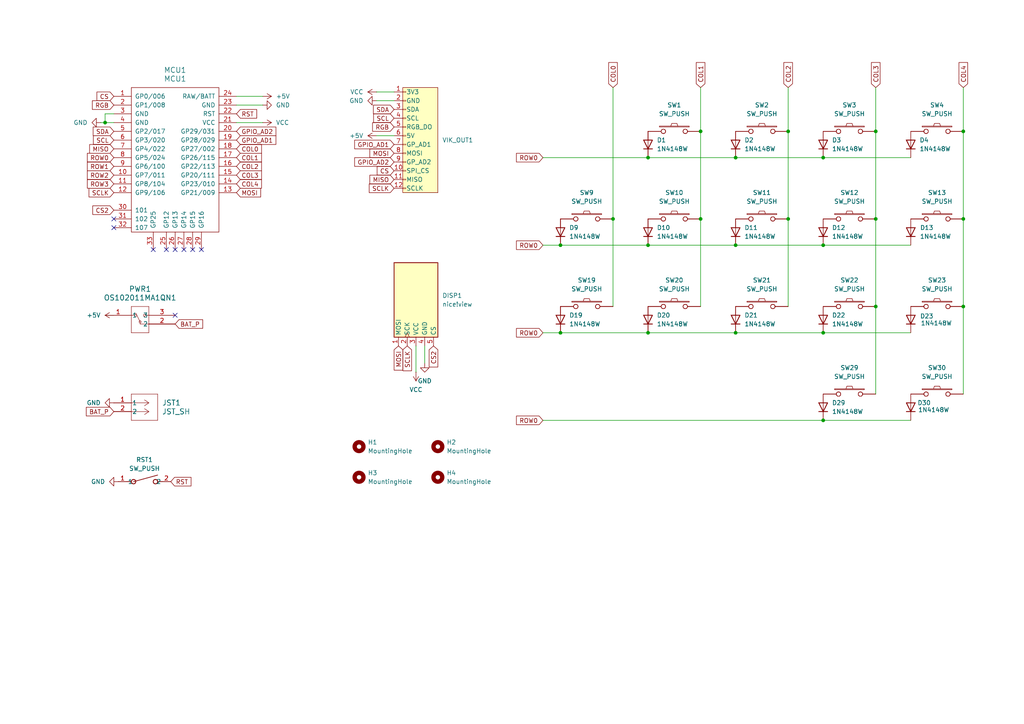
<source format=kicad_sch>
(kicad_sch (version 20231120) (generator "eeschema") (generator_version "8.0")
  (paper "A4")
  (title_block (title "Whiplaesh") (date "2024-10-21") (rev "0.1") (comment 1 "made by ykz89") (comment 2 "Left side"))
  (lib_symbols
    (symbol "2024-10-29_23-28-51:OS102011MA1QN1" (pin_names (offset 0.254))
      (property "Reference" "SW" (at 10.16 7.62 0))
      (property "Value" "OS102011MA1QN1" (at 10.16 5.08 0))
      (symbol "OS102011MA1QN1_1_1"
        (polyline (pts (xy 7.62 -5.08) (xy 12.7 -5.08)) (stroke (width 0.127)))
        (polyline (pts (xy 7.62 0) (xy 8.5725 0)) (stroke (width 0.127)))
        (polyline (pts (xy 7.62 2.54) (xy 7.62 -5.08)) (stroke (width 0.127)))
        (polyline (pts (xy 10.16 -2.54) (xy 10.16 -2.2098)) (stroke (width 0.127)))
        (polyline (pts (xy 10.16 -2.54) (xy 12.7 -2.54)) (stroke (width 0.127)))
        (polyline (pts (xy 10.16 -1.905) (xy 8.89 0.635)) (stroke (width 0.127)))
        (polyline (pts (xy 11.7475 0) (xy 12.7 0)) (stroke (width 0.127)))
        (polyline (pts (xy 12.7 -5.08) (xy 12.7 2.54)) (stroke (width 0.127)))
        (polyline (pts (xy 12.7 2.54) (xy 7.62 2.54)) (stroke (width 0.127)))
        (circle (center 8.89 0) (radius 0.3048) (stroke (width 0.127)))
        (circle (center 10.16 -1.905) (radius 0.3048) (stroke (width 0.127)))
        (circle (center 11.43 0) (radius 0.3048) (stroke (width 0.127)))
        (pin unspecified line (at 0 0 0) (length 7.62) (name "1") (number "1"))
        (pin unspecified line (at 20.32 -2.54 180) (length 7.62) (name "2") (number "2"))
        (pin unspecified line (at 20.32 0 180) (length 7.62) (name "3") (number "3"))
      )
    )
    (symbol "CONN_S2B-PH-K-S_JST:S2B-PH-K-SLFSN" (pin_names (offset 0.254))
      (property "Reference" "J" (at 8.89 6.35 0))
      (property "Value" "S2B-PH-K-SLFSN" (at 0 0 0))
      (symbol "S2B-PH-K-SLFSN_1_1"
        (polyline (pts (xy 5.08 -5.08) (xy 12.7 -5.08)) (stroke (width 0.127)))
        (polyline (pts (xy 5.08 2.54) (xy 5.08 -5.08)) (stroke (width 0.127)))
        (polyline (pts (xy 10.16 -2.54) (xy 5.08 -2.54)) (stroke (width 0.127)))
        (polyline (pts (xy 10.16 -2.54) (xy 8.89 -3.3867)) (stroke (width 0.127)))
        (polyline (pts (xy 10.16 -2.54) (xy 8.89 -1.6933)) (stroke (width 0.127)))
        (polyline (pts (xy 10.16 0) (xy 5.08 0)) (stroke (width 0.127)))
        (polyline (pts (xy 10.16 0) (xy 8.89 -0.8467)) (stroke (width 0.127)))
        (polyline (pts (xy 10.16 0) (xy 8.89 0.8467)) (stroke (width 0.127)))
        (polyline (pts (xy 12.7 -5.08) (xy 12.7 2.54)) (stroke (width 0.127)))
        (polyline (pts (xy 12.7 2.54) (xy 5.08 2.54)) (stroke (width 0.127)))
        (pin unspecified line (at 0 0 0) (length 5.08) (name "1") (number "1"))
        (pin unspecified line (at 0 -2.54 0) (length 5.08) (name "2") (number "2"))
      )
    )
    (symbol "Diode:1N4148W" (pin_numbers hide) (pin_names hide)
      (property "Reference" "D" (at 0 2.54 0))
      (property "Value" "1N4148W" (at 0 -2.54 0))
      (symbol "1N4148W_0_1"
        (polyline (pts (xy -1.27 1.27) (xy -1.27 -1.27)) (stroke (width 0.254)))
        (polyline (pts (xy 1.27 0) (xy -1.27 0)))
        (polyline (pts (xy 1.27 1.27) (xy 1.27 -1.27) (xy -1.27 0) (xy 1.27 1.27)) (stroke (width 0.254)))
      )
      (symbol "1N4148W_1_1"
        (pin passive line (at -3.81 0 0) (length 2.54) (name "K") (number "1"))
        (pin passive line (at 3.81 0 180) (length 2.54) (name "A") (number "2"))
      )
    )
    (symbol "Mechanical:MountingHole" (pin_names (offset 1.016)) (exclude_from_sim yes) (in_bom no)
      (property "Reference" "H" (at 0 5.08 0))
      (property "Value" "MountingHole" (at 0 3.175 0))
      (symbol "MountingHole_0_1"
        (circle (center 0 0) (radius 1.27) (stroke (width 1.27)))
      )
    )
    (symbol "RP2040-nrf52840-controller:RP2040-nrf52840-controller" (pin_names (offset 1.016))
      (property "Reference" "U" (at 0 22.86 0))
      (property "Value" "RP2040-nrf52840-controller" (at 0 2.54 90))
      (symbol "RP2040-nrf52840-controller_0_1"
        (rectangle (start -12.7 20.32) (end 12.7 -21.59))
      )
      (symbol "RP2040-nrf52840-controller_1_1"
        (pin input line (at -17.78 17.78 0) (length 5.08) (name "GP0/006") (number "1"))
        (pin input line (at -17.78 -5.08 0) (length 5.08) (name "GP7/011") (number "10"))
        (pin input line (at -17.78 -7.62 0) (length 5.08) (name "GP8/104") (number "11"))
        (pin input line (at -17.78 -10.16 0) (length 5.08) (name "GP9/106") (number "12"))
        (pin input line (at 17.78 -10.16 180) (length 5.08) (name "GP21/009") (number "13"))
        (pin input line (at 17.78 -7.62 180) (length 5.08) (name "GP23/010") (number "14"))
        (pin input line (at 17.78 -5.08 180) (length 5.08) (name "GP20/111") (number "15"))
        (pin input line (at 17.78 -2.54 180) (length 5.08) (name "GP22/113") (number "16"))
        (pin input line (at 17.78 0 180) (length 5.08) (name "GP26/115") (number "17"))
        (pin input line (at 17.78 2.54 180) (length 5.08) (name "GP27/002") (number "18"))
        (pin input line (at 17.78 5.08 180) (length 5.08) (name "GP28/029") (number "19"))
        (pin input line (at -17.78 15.24 0) (length 5.08) (name "GP1/008") (number "2"))
        (pin input line (at 17.78 7.62 180) (length 5.08) (name "GP29/031") (number "20"))
        (pin input line (at 17.78 10.16 180) (length 5.08) (name "VCC") (number "21"))
        (pin input line (at 17.78 12.7 180) (length 5.08) (name "RST") (number "22"))
        (pin input line (at 17.78 15.24 180) (length 5.08) (name "GND") (number "23"))
        (pin input line (at 17.78 17.78 180) (length 5.08) (name "RAW/BATT") (number "24"))
        (pin input line (at -2.54 -26.67 90) (length 5.08) (name "GP12") (number "25"))
        (pin input line (at 0 -26.67 90) (length 5.08) (name "GP13") (number "26"))
        (pin input line (at 2.54 -26.67 90) (length 5.08) (name "GP14") (number "27"))
        (pin input line (at 5.08 -26.67 90) (length 5.08) (name "GP15") (number "28"))
        (pin input line (at 7.62 -26.67 90) (length 5.08) (name "GP16") (number "29"))
        (pin input line (at -17.78 12.7 0) (length 5.08) (name "GND") (number "3"))
        (pin input line (at -17.78 -15.24 0) (length 5.08) (name "101") (number "30"))
        (pin input line (at -17.78 -17.78 0) (length 5.08) (name "102") (number "31"))
        (pin input line (at -17.78 -20.32 0) (length 5.08) (name "107") (number "32"))
        (pin input line (at -6.35 -26.67 90) (length 5.08) (name "GP25") (number "33"))
        (pin input line (at -17.78 10.16 0) (length 5.08) (name "GND") (number "4"))
        (pin input line (at -17.78 7.62 0) (length 5.08) (name "GP2/017") (number "5"))
        (pin input line (at -17.78 5.08 0) (length 5.08) (name "GP3/020") (number "6"))
        (pin input line (at -17.78 2.54 0) (length 5.08) (name "GP4/022") (number "7"))
        (pin input line (at -17.78 0 0) (length 5.08) (name "GP5/024") (number "8"))
        (pin input line (at -17.78 -2.54 0) (length 5.08) (name "GP6/100") (number "9"))
      )
    )
    (symbol "SW_SKHLACA010_ALPS:SKHLACA010" (pin_names (offset 0.254))
      (property "Reference" "SW" (at 0 3.81 0))
      (property "Value" "SKHLACA010" (at 0 0 0))
      (symbol "SKHLACA010_0_1"
        (circle (center -3.175 0) (radius 0.635) (stroke (width 0.254)))
        (polyline (pts (xy -5.08 0) (xy -3.81 0)) (stroke (width 0.2032)))
        (polyline (pts (xy -3.175 0) (xy 3.81 1.905)) (stroke (width 0.2032)))
        (polyline (pts (xy 5.08 0) (xy 3.81 0)) (stroke (width 0.2032)))
        (circle (center 3.175 0) (radius 0.635) (stroke (width 0.254)))
        (pin unspecified line (at -7.62 0 0) (length 2.54) (name "1") (number "1"))
        (pin unspecified line (at 7.62 0 180) (length 2.54) (name "2") (number "2"))
      )
    )
    (symbol "kbd:SW_PUSH" (pin_numbers hide) (pin_names (offset 1.016) hide)
      (property "Reference" "SW" (at 3.81 2.794 0))
      (property "Value" "SW_PUSH" (at 0 -2.032 0))
      (symbol "SW_PUSH_0_1"
        (rectangle (start -4.318 1.27) (end 4.318 1.524))
        (polyline (pts (xy -1.016 1.524) (xy -0.762 2.286) (xy 0.762 2.286) (xy 1.016 1.524)))
        (pin passive inverted (at -7.62 0 0) (length 5.08) (name "1") (number "1"))
        (pin passive inverted (at 7.62 0 180) (length 5.08) (name "2") (number "2"))
      )
    )
    (symbol "nice_view:nice!view"
      (property "Reference" "Display" (at 0 12.7 0))
      (property "Value" "nice!view" (at 0 0 0))
      (symbol "nice!view_0_1"
        (rectangle (start -6.35 11.43) (end 6.35 -10.16) (stroke (width 0.254)) (fill (type background)))
      )
      (symbol "nice!view_1_1"
        (pin input line (at -5.08 -12.7 90) (length 2.54) (name "MOSI") (number "1"))
        (pin input clock (at -2.54 -12.7 90) (length 2.54) (name "SCK") (number "2"))
        (pin power_in line (at 0 -12.7 90) (length 2.54) (name "VCC") (number "3"))
        (pin power_out line (at 2.54 -12.7 90) (length 2.54) (name "GND") (number "4"))
        (pin passive line (at 5.08 -12.7 90) (length 2.54) (name "CS") (number "5"))
      )
    )
    (symbol "power:+5V" (power) (pin_numbers hide) (pin_names (offset 0) hide)
      (property "Value" "+5V" (at 0 3.556 0))
      (symbol "+5V_0_1"
        (polyline (pts (xy -0.762 1.27) (xy 0 2.54)))
        (polyline (pts (xy 0 0) (xy 0 2.54)))
        (polyline (pts (xy 0 2.54) (xy 0.762 1.27)))
      )
      (symbol "+5V_1_1"
        (pin power_in line (at 0 0 90) (length 0) (name "~") (number "1"))
      )
    )
    (symbol "power:GND" (power) (pin_numbers hide) (pin_names (offset 0) hide)
      (property "Value" "GND" (at 0 -3.81 0))
      (symbol "GND_0_1"
        (polyline (pts (xy 0 0) (xy 0 -1.27) (xy 1.27 -1.27) (xy 0 -2.54) (xy -1.27 -1.27) (xy 0 -1.27)))
      )
      (symbol "GND_1_1"
        (pin power_in line (at 0 0 270) (length 0) (name "~") (number "1"))
      )
    )
    (symbol "power:VCC" (power) (pin_numbers hide) (pin_names (offset 0) hide)
      (property "Value" "VCC" (at 0 3.556 0))
      (symbol "VCC_0_1"
        (polyline (pts (xy -0.762 1.27) (xy 0 2.54)))
        (polyline (pts (xy 0 0) (xy 0 2.54)))
        (polyline (pts (xy 0 2.54) (xy 0.762 1.27)))
      )
      (symbol "VCC_1_1"
        (pin power_in line (at 0 0 90) (length 0) (name "~") (number "1"))
      )
    )
    (symbol "vik:vik-keyboard-connector" (pin_names (offset 1))
      (property "Reference" "J" (at 0 15.875 0))
      (symbol "vik-keyboard-connector_1_1"
        (rectangle (start -5.08 13.97) (end 5.08 -16.51) (fill (type background)))
        (rectangle (start -5.0546 -15.113) (end -4.191 -15.367) (stroke (width 0.1)))
        (rectangle (start -5.0546 -12.573) (end -4.191 -12.827) (stroke (width 0.1)))
        (rectangle (start -5.0546 -10.033) (end -4.191 -10.287) (stroke (width 0.1)))
        (rectangle (start -5.0546 -7.493) (end -4.191 -7.747) (stroke (width 0.1)))
        (rectangle (start -5.0546 -4.953) (end -4.191 -5.207) (stroke (width 0.1)))
        (rectangle (start -5.0546 -2.413) (end -4.191 -2.667) (stroke (width 0.1)))
        (rectangle (start -5.0546 0.127) (end -4.191 -0.127) (stroke (width 0.1)))
        (rectangle (start -5.0546 2.667) (end -4.191 2.413) (stroke (width 0.1)))
        (rectangle (start -5.0546 5.207) (end -4.191 4.953) (stroke (width 0.1)))
        (rectangle (start -5.0546 7.747) (end -4.191 7.493) (stroke (width 0.1)))
        (rectangle (start -5.0546 10.287) (end -4.191 10.033) (stroke (width 0.1)))
        (rectangle (start -5.0546 12.827) (end -4.191 12.573) (stroke (width 0.1)))
        (pin power_in line (at -7.62 12.7 0) (length 2.54) (name "3V3") (number "1"))
        (pin input line (at -7.62 -10.16 0) (length 2.54) (name "SPI_CS") (number "10"))
        (pin tri_state line (at -7.62 -12.7 0) (length 2.54) (name "MISO") (number "11"))
        (pin input line (at -7.62 -15.24 0) (length 2.54) (name "SCLK") (number "12"))
        (pin power_in line (at -7.62 10.16 0) (length 2.54) (name "GND") (number "2"))
        (pin bidirectional line (at -7.62 7.62 0) (length 2.54) (name "SDA") (number "3"))
        (pin bidirectional line (at -7.62 5.08 0) (length 2.54) (name "SCL") (number "4"))
        (pin input line (at -7.62 2.54 0) (length 2.54) (name "RGB_DO") (number "5"))
        (pin power_in line (at -7.62 0 0) (length 2.54) (name "5V") (number "6"))
        (pin bidirectional line (at -7.62 -2.54 0) (length 2.54) (name "GP_AD1") (number "7"))
        (pin input line (at -7.62 -5.08 0) (length 2.54) (name "MOSI") (number "8"))
        (pin bidirectional line (at -7.62 -7.62 0) (length 2.54) (name "GP_AD2") (number "9"))
      )
    )
  )
  (junction (at 228.6 63.5))
  (junction (at 177.8 63.5))
  (junction (at 238.76 45.72))
  (junction (at 279.4 63.5))
  (junction (at 279.4 38.1))
  (junction (at 187.96 96.52))
  (junction (at 203.2 63.5))
  (junction (at 238.76 71.12))
  (junction (at 213.36 45.72))
  (junction (at 213.36 71.12))
  (junction (at 203.2 38.1))
  (junction (at 279.4 88.9))
  (junction (at 30.48 35.56))
  (junction (at 254 63.5))
  (junction (at 238.76 121.92))
  (junction (at 254 88.9))
  (junction (at 162.56 96.52))
  (junction (at 187.96 45.72))
  (junction (at 238.76 96.52))
  (junction (at 187.96 71.12))
  (junction (at 213.36 96.52))
  (junction (at 162.56 71.12))
  (junction (at 228.6 38.1))
  (junction (at 254 38.1))
  (no_connect (at 55.88 72.39))
  (no_connect (at 33.02 63.5))
  (no_connect (at 50.8 91.44))
  (no_connect (at 33.02 66.04))
  (no_connect (at 58.42 72.39))
  (no_connect (at 53.34 72.39))
  (no_connect (at 50.8 72.39))
  (no_connect (at 48.26 72.39))
  (no_connect (at 44.45 72.39))
  (wire (pts (xy 120.65 107.95) (xy 120.65 100.33)))
  (wire (pts (xy 187.96 45.72) (xy 213.36 45.72)))
  (wire (pts (xy 157.48 71.12) (xy 162.56 71.12)))
  (wire (pts (xy 109.22 26.67) (xy 114.3 26.67)))
  (wire (pts (xy 76.2 27.94) (xy 68.58 27.94)))
  (wire (pts (xy 123.19 105.41) (xy 123.19 100.33)))
  (wire (pts (xy 254 25.4) (xy 254 38.1)))
  (wire (pts (xy 213.36 96.52) (xy 238.76 96.52)))
  (wire (pts (xy 157.48 96.52) (xy 162.56 96.52)))
  (wire (pts (xy 264.16 96.52) (xy 238.76 96.52)))
  (wire (pts (xy 30.48 33.02) (xy 30.48 35.56)))
  (wire (pts (xy 187.96 96.52) (xy 213.36 96.52)))
  (wire (pts (xy 254 63.5) (xy 254 88.9)))
  (wire (pts (xy 76.2 35.56) (xy 68.58 35.56)))
  (wire (pts (xy 254 38.1) (xy 254 63.5)))
  (wire (pts (xy 264.16 71.12) (xy 238.76 71.12)))
  (wire (pts (xy 228.6 63.5) (xy 228.6 88.9)))
  (wire (pts (xy 228.6 38.1) (xy 228.6 63.5)))
  (wire (pts (xy 157.48 121.92) (xy 238.76 121.92)))
  (wire (pts (xy 238.76 45.72) (xy 264.16 45.72)))
  (wire (pts (xy 30.48 35.56) (xy 33.02 35.56)))
  (wire (pts (xy 157.48 45.72) (xy 187.96 45.72)))
  (wire (pts (xy 203.2 25.4) (xy 203.2 38.1)))
  (wire (pts (xy 279.4 25.4) (xy 279.4 38.1)))
  (wire (pts (xy 279.4 63.5) (xy 279.4 88.9)))
  (wire (pts (xy 203.2 38.1) (xy 203.2 63.5)))
  (wire (pts (xy 33.02 33.02) (xy 30.48 33.02)))
  (wire (pts (xy 109.22 29.21) (xy 114.3 29.21)))
  (wire (pts (xy 162.56 96.52) (xy 187.96 96.52)))
  (wire (pts (xy 279.4 38.1) (xy 279.4 63.5)))
  (wire (pts (xy 264.16 121.92) (xy 238.76 121.92)))
  (wire (pts (xy 177.8 63.5) (xy 177.8 88.9)))
  (wire (pts (xy 76.2 30.48) (xy 68.58 30.48)))
  (wire (pts (xy 203.2 63.5) (xy 203.2 88.9)))
  (wire (pts (xy 29.21 35.56) (xy 30.48 35.56)))
  (wire (pts (xy 109.22 39.37) (xy 114.3 39.37)))
  (wire (pts (xy 279.4 88.9) (xy 279.4 114.3)))
  (wire (pts (xy 228.6 25.4) (xy 228.6 38.1)))
  (wire (pts (xy 177.8 25.4) (xy 177.8 63.5)))
  (wire (pts (xy 254 88.9) (xy 254 114.3)))
  (wire (pts (xy 162.56 71.12) (xy 187.96 71.12)))
  (wire (pts (xy 187.96 71.12) (xy 213.36 71.12)))
  (wire (pts (xy 213.36 45.72) (xy 238.76 45.72)))
  (wire (pts (xy 213.36 71.12) (xy 238.76 71.12)))
  (wire (pts (xy 33.02 91.44) (xy 30.48 91.44)))
  (global_label "COL2" (shape input) (at 68.58 48.26 0) (property "Intersheetrefs" "${INTERSHEET_REFS}" (effects (hide yes))))
  (global_label "MOSI" (shape input) (at 114.3 44.45 180) (property "Intersheetrefs" "${INTERSHEET_REFS}" (effects (hide yes))))
  (global_label "MOSI" (shape input) (at 68.58 55.88 0) (property "Intersheetrefs" "${INTERSHEET_REFS}" (effects (hide yes))))
  (global_label "ROW3" (shape input) (at 33.02 53.34 180) (property "Intersheetrefs" "${INTERSHEET_REFS}" (effects (hide yes))))
  (global_label "CS" (shape input) (at 114.3 49.53 180) (property "Intersheetrefs" "${INTERSHEET_REFS}" (effects (hide yes))))
  (global_label "GPIO_AD1" (shape input) (at 68.58 40.64 0) (property "Intersheetrefs" "${INTERSHEET_REFS}" (effects (hide yes))))
  (global_label "GPIO_AD1" (shape input) (at 114.3 41.91 180) (property "Intersheetrefs" "${INTERSHEET_REFS}" (effects (hide yes))))
  (global_label "COL4" (shape input) (at 279.4 25.4 90) (property "Intersheetrefs" "${INTERSHEET_REFS}" (effects (hide yes))))
  (global_label "COL4" (shape input) (at 68.58 53.34 0) (property "Intersheetrefs" "${INTERSHEET_REFS}" (effects (hide yes))))
  (global_label "SCLK" (shape input) (at 33.02 55.88 180) (property "Intersheetrefs" "${INTERSHEET_REFS}" (effects (hide yes))))
  (global_label "COL0" (shape input) (at 177.8 25.4 90) (property "Intersheetrefs" "${INTERSHEET_REFS}" (effects (hide yes))))
  (global_label "ROW1" (shape input) (at 33.02 48.26 180) (property "Intersheetrefs" "${INTERSHEET_REFS}" (effects (hide yes))))
  (global_label "SCL" (shape input) (at 33.02 40.64 180) (property "Intersheetrefs" "${INTERSHEET_REFS}" (effects (hide yes))))
  (global_label "MISO" (shape input) (at 114.3 52.07 180) (property "Intersheetrefs" "${INTERSHEET_REFS}" (effects (hide yes))))
  (global_label "BAT_P" (shape input) (at 50.8 93.98 0) (property "Intersheetrefs" "${INTERSHEET_REFS}" (effects (hide yes))))
  (global_label "MISO" (shape input) (at 33.02 43.18 180) (property "Intersheetrefs" "${INTERSHEET_REFS}" (effects (hide yes))))
  (global_label "MOSI" (shape input) (at 115.57 100.33 270) (property "Intersheetrefs" "${INTERSHEET_REFS}" (effects (hide yes))))
  (global_label "COL3" (shape input) (at 68.58 50.8 0) (property "Intersheetrefs" "${INTERSHEET_REFS}" (effects (hide yes))))
  (global_label "COL2" (shape input) (at 228.6 25.4 90) (property "Intersheetrefs" "${INTERSHEET_REFS}" (effects (hide yes))))
  (global_label "CS2" (shape input) (at 125.73 100.33 270) (property "Intersheetrefs" "${INTERSHEET_REFS}" (effects (hide yes))))
  (global_label "RST" (shape input) (at 68.58 33.02 0) (property "Intersheetrefs" "${INTERSHEET_REFS}" (effects (hide yes))))
  (global_label "GPIO_AD2" (shape input) (at 68.58 38.1 0) (property "Intersheetrefs" "${INTERSHEET_REFS}" (effects (hide yes))))
  (global_label "ROW2" (shape input) (at 33.02 50.8 180) (property "Intersheetrefs" "${INTERSHEET_REFS}" (effects (hide yes))))
  (global_label "RGB" (shape input) (at 33.02 30.48 180) (property "Intersheetrefs" "${INTERSHEET_REFS}" (effects (hide yes))))
  (global_label "COL1" (shape input) (at 203.2 25.4 90) (property "Intersheetrefs" "${INTERSHEET_REFS}" (effects (hide yes))))
  (global_label "COL3" (shape input) (at 254 25.4 90) (property "Intersheetrefs" "${INTERSHEET_REFS}" (effects (hide yes))))
  (global_label "ROW0" (shape input) (at 157.48 45.72 180) (property "Intersheetrefs" "${INTERSHEET_REFS}" (effects (hide yes))))
  (global_label "CS" (shape input) (at 33.02 27.94 180) (property "Intersheetrefs" "${INTERSHEET_REFS}" (effects (hide yes))))
  (global_label "ROW0" (shape input) (at 157.48 96.52 180) (property "Intersheetrefs" "${INTERSHEET_REFS}" (effects (hide yes))))
  (global_label "COL0" (shape input) (at 68.58 43.18 0) (property "Intersheetrefs" "${INTERSHEET_REFS}" (effects (hide yes))))
  (global_label "SDA" (shape input) (at 33.02 38.1 180) (property "Intersheetrefs" "${INTERSHEET_REFS}" (effects (hide yes))))
  (global_label "RST" (shape input) (at 49.53 139.7 0) (property "Intersheetrefs" "${INTERSHEET_REFS}" (effects (hide yes))))
  (global_label "GPIO_AD2" (shape input) (at 114.3 46.99 180) (property "Intersheetrefs" "${INTERSHEET_REFS}" (effects (hide yes))))
  (global_label "CS2" (shape input) (at 33.02 60.96 180) (property "Intersheetrefs" "${INTERSHEET_REFS}" (effects (hide yes))))
  (global_label "SCLK" (shape input) (at 118.11 100.33 270) (property "Intersheetrefs" "${INTERSHEET_REFS}" (effects (hide yes))))
  (global_label "BAT_P" (shape input) (at 33.02 119.38 180) (property "Intersheetrefs" "${INTERSHEET_REFS}" (effects (hide yes))))
  (global_label "ROW0" (shape input) (at 157.48 121.92 180) (property "Intersheetrefs" "${INTERSHEET_REFS}" (effects (hide yes))))
  (global_label "SCLK" (shape input) (at 114.3 54.61 180) (property "Intersheetrefs" "${INTERSHEET_REFS}" (effects (hide yes))))
  (global_label "RGB" (shape input) (at 114.3 36.83 180) (property "Intersheetrefs" "${INTERSHEET_REFS}" (effects (hide yes))))
  (global_label "SCL" (shape input) (at 114.3 34.29 180) (property "Intersheetrefs" "${INTERSHEET_REFS}" (effects (hide yes))))
  (global_label "ROW0" (shape input) (at 33.02 45.72 180) (property "Intersheetrefs" "${INTERSHEET_REFS}" (effects (hide yes))))
  (global_label "ROW0" (shape input) (at 157.48 71.12 180) (property "Intersheetrefs" "${INTERSHEET_REFS}" (effects (hide yes))))
  (global_label "COL1" (shape input) (at 68.58 45.72 0) (property "Intersheetrefs" "${INTERSHEET_REFS}" (effects (hide yes))))
  (global_label "SDA" (shape input) (at 114.3 31.75 180) (property "Intersheetrefs" "${INTERSHEET_REFS}" (effects (hide yes))))
  (symbol (lib_id "power:GND") (at 109.22 29.21 270) (unit 1)
    (property "Reference" "#PWR05" (effects (hide yes)))
    (property "Value" "GND" (at 105.41 29.2099 90) (effects (justify right)))
    (property "Description" "Power symbol creates a global label with name \"GND\" , ground" (effects (hide yes)))
  )
  (symbol (lib_id "kbd:SW_PUSH") (at 220.98 63.5 0) (unit 1)
    (property "Reference" "SW11" (at 220.98 55.88 0))
    (property "Value" "SW_PUSH" (at 220.98 58.42 0))
    (property "Footprint" "fingerpunch:gateron-ks27-choc-v1-mx-soldered-and-hotswap" (effects (hide yes)))
  )
  (symbol (lib_id "power:GND") (at 33.02 116.84 270) (unit 1)
    (property "Reference" "#PWR03" (effects (hide yes)))
    (property "Value" "GND" (at 29.21 116.8399 90) (effects (justify right)))
    (property "Description" "Power symbol creates a global label with name \"GND\" , ground" (effects (hide yes)))
  )
  (symbol (lib_id "kbd:SW_PUSH") (at 271.78 88.9 0) (mirror y) (unit 1)
    (property "Reference" "SW23" (at 271.78 81.28 0))
    (property "Value" "SW_PUSH" (at 271.78 83.82 0))
    (property "Footprint" "fingerpunch:gateron-ks27-choc-v1-mx-soldered-and-hotswap" (effects (hide yes)))
  )
  (symbol (lib_id "Diode:1N4148W") (at 238.76 118.11 90) (unit 1)
    (property "Reference" "D29" (at 241.3 116.8399 90) (effects (justify right)))
    (property "Value" "1N4148W" (at 241.3 119.3799 90) (effects (justify right)))
    (property "Footprint" "fingerpunch:D3_TH_SMD" (effects (hide yes)))
    (property "Datasheet" "https://www.vishay.com/docs/85748/1n4148w.pdf" (effects (hide yes)))
    (property "Description" "75V 0.15A Fast Switching Diode, SOD-123" (effects (hide yes)))
    (property "Sim.Device" "D" (effects (hide yes)))
    (property "Sim.Pins" "1=K 2=A" (effects (hide yes)))
  )
  (symbol (lib_id "kbd:SW_PUSH") (at 246.38 38.1 0) (unit 1)
    (property "Reference" "SW3" (at 246.38 30.48 0))
    (property "Value" "SW_PUSH" (at 246.38 33.02 0))
    (property "Footprint" "fingerpunch:gateron-ks27-choc-v1-mx-soldered-and-hotswap" (effects (hide yes)))
  )
  (symbol (lib_id "Diode:1N4148W") (at 238.76 92.71 90) (unit 1)
    (property "Reference" "D22" (at 241.3 91.4399 90) (effects (justify right)))
    (property "Value" "1N4148W" (at 241.3 93.9799 90) (effects (justify right)))
    (property "Footprint" "fingerpunch:D3_TH_SMD" (effects (hide yes)))
    (property "Datasheet" "https://www.vishay.com/docs/85748/1n4148w.pdf" (effects (hide yes)))
    (property "Description" "75V 0.15A Fast Switching Diode, SOD-123" (effects (hide yes)))
    (property "Sim.Device" "D" (effects (hide yes)))
    (property "Sim.Pins" "1=K 2=A" (effects (hide yes)))
  )
  (symbol (lib_id "power:GND") (at 34.29 139.7 270) (unit 1)
    (property "Reference" "#PWR010" (effects (hide yes)))
    (property "Value" "GND" (at 30.48 139.6999 90) (effects (justify right)))
    (property "Description" "Power symbol creates a global label with name \"GND\" , ground" (effects (hide yes)))
  )
  (symbol (lib_id "Mechanical:MountingHole") (at 104.14 129.54 0) (unit 1) (exclude_from_sim yes) (in_bom no)
    (property "Reference" "H1" (at 106.68 128.2699 0) (effects (justify left)))
    (property "Value" "MountingHole" (at 106.68 130.8099 0) (effects (justify left)))
    (property "Footprint" "MountingHole:MountingHole_2.2mm_M2" (effects (hide yes)))
    (property "Description" "Mounting Hole without connection" (effects (hide yes)))
  )
  (symbol (lib_id "Diode:1N4148W") (at 238.76 41.91 90) (unit 1)
    (property "Reference" "D3" (at 241.3 40.6399 90) (effects (justify right)))
    (property "Value" "1N4148W" (at 241.3 43.1799 90) (effects (justify right)))
    (property "Footprint" "fingerpunch:D3_TH_SMD" (effects (hide yes)))
    (property "Datasheet" "https://www.vishay.com/docs/85748/1n4148w.pdf" (effects (hide yes)))
    (property "Description" "75V 0.15A Fast Switching Diode, SOD-123" (effects (hide yes)))
    (property "Sim.Device" "D" (effects (hide yes)))
    (property "Sim.Pins" "1=K 2=A" (effects (hide yes)))
  )
  (symbol (lib_id "kbd:SW_PUSH") (at 195.58 63.5 0) (unit 1)
    (property "Reference" "SW10" (at 195.58 55.88 0))
    (property "Value" "SW_PUSH" (at 195.58 58.42 0))
    (property "Footprint" "fingerpunch:gateron-ks27-choc-v1-mx-soldered-and-hotswap" (effects (hide yes)))
  )
  (symbol (lib_id "SW_SKHLACA010_ALPS:SKHLACA010") (at 41.91 139.7 0) (unit 1)
    (property "Reference" "RST1" (at 41.91 133.35 0))
    (property "Value" "SW_PUSH" (at 41.91 135.89 0))
    (property "Footprint" "SW_SKHLACA010_ALPS" (effects (hide yes)))
    (property "Datasheet" "SKHLACA010" (effects (hide yes)))
  )
  (symbol (lib_id "Diode:1N4148W") (at 162.56 67.31 90) (unit 1)
    (property "Reference" "D9" (at 165.1 66.0399 90) (effects (justify right)))
    (property "Value" "1N4148W" (at 165.1 68.5799 90) (effects (justify right)))
    (property "Footprint" "fingerpunch:D3_TH_SMD" (effects (hide yes)))
    (property "Datasheet" "https://www.vishay.com/docs/85748/1n4148w.pdf" (effects (hide yes)))
    (property "Description" "75V 0.15A Fast Switching Diode, SOD-123" (effects (hide yes)))
    (property "Sim.Device" "D" (effects (hide yes)))
    (property "Sim.Pins" "1=K 2=A" (effects (hide yes)))
  )
  (symbol (lib_id "2024-10-29_23-28-51:OS102011MA1QN1") (at 30.48 91.44 0) (unit 1)
    (property "Reference" "PWR1" (at 40.64 83.82 0) (effects (font (size 1.524 1.524))))
    (property "Value" "OS102011MA1QN1" (at 40.64 86.36 0) (effects (font (size 1.524 1.524))))
    (property "Footprint" "OS102011MA1QN1_CNK" (effects (hide yes)))
    (property "Datasheet" "OS102011MA1QN1" (effects (hide yes)))
  )
  (symbol (lib_id "power:+5V") (at 33.02 91.44 90) (unit 1)
    (property "Reference" "#PWR04" (effects (hide yes)))
    (property "Value" "+5V" (at 29.21 91.4399 90) (effects (justify left)))
    (property "Description" "Power symbol creates a global label with name \"+5V\"" (effects (hide yes)))
  )
  (symbol (lib_id "kbd:SW_PUSH") (at 170.18 88.9 0) (unit 1)
    (property "Reference" "SW19" (at 170.18 81.28 0))
    (property "Value" "SW_PUSH" (at 170.18 83.82 0))
    (property "Footprint" "fingerpunch:gateron-ks27-choc-v1-mx-soldered-and-hotswap" (effects (hide yes)))
  )
  (symbol (lib_id "power:VCC") (at 109.22 26.67 90) (unit 1)
    (property "Reference" "#PWR06" (effects (hide yes)))
    (property "Value" "VCC" (at 105.41 26.6699 90) (effects (justify left)))
    (property "Description" "Power symbol creates a global label with name \"VCC\"" (effects (hide yes)))
  )
  (symbol (lib_id "Mechanical:MountingHole") (at 104.14 138.43 0) (unit 1) (exclude_from_sim yes) (in_bom no)
    (property "Reference" "H3" (at 106.68 137.1599 0) (effects (justify left)))
    (property "Value" "MountingHole" (at 106.68 139.6999 0) (effects (justify left)))
    (property "Footprint" "MountingHole:MountingHole_2.2mm_M2" (effects (hide yes)))
    (property "Description" "Mounting Hole without connection" (effects (hide yes)))
  )
  (symbol (lib_id "Diode:1N4148W") (at 213.36 67.31 90) (unit 1)
    (property "Reference" "D11" (at 215.9 66.0399 90) (effects (justify right)))
    (property "Value" "1N4148W" (at 215.9 68.5799 90) (effects (justify right)))
    (property "Footprint" "fingerpunch:D3_TH_SMD" (effects (hide yes)))
    (property "Datasheet" "https://www.vishay.com/docs/85748/1n4148w.pdf" (effects (hide yes)))
    (property "Description" "75V 0.15A Fast Switching Diode, SOD-123" (effects (hide yes)))
    (property "Sim.Device" "D" (effects (hide yes)))
    (property "Sim.Pins" "1=K 2=A" (effects (hide yes)))
  )
  (symbol (lib_id "kbd:SW_PUSH") (at 271.78 63.5 0) (mirror y) (unit 1)
    (property "Reference" "SW13" (at 271.78 55.88 0))
    (property "Value" "SW_PUSH" (at 271.78 58.42 0))
    (property "Footprint" "fingerpunch:gateron-ks27-choc-v1-mx-soldered-and-hotswap" (effects (hide yes)))
  )
  (symbol (lib_id "kbd:SW_PUSH") (at 271.78 38.1 0) (unit 1)
    (property "Reference" "SW4" (at 271.78 30.48 0))
    (property "Value" "SW_PUSH" (at 271.78 33.02 0))
    (property "Footprint" "fingerpunch:gateron-ks27-choc-v1-mx-soldered-and-hotswap" (effects (hide yes)))
  )
  (symbol (lib_id "power:+5V") (at 76.2 27.94 270) (unit 1)
    (property "Reference" "#PWR07" (effects (hide yes)))
    (property "Value" "+5V" (at 80.01 27.9399 90) (effects (justify left)))
    (property "Description" "Power symbol creates a global label with name \"+5V\"" (effects (hide yes)))
  )
  (symbol (lib_id "Diode:1N4148W") (at 264.16 41.91 90) (unit 1)
    (property "Reference" "D4" (at 266.7 40.6399 90) (effects (justify right)))
    (property "Value" "1N4148W" (at 266.7 43.1799 90) (effects (justify right)))
    (property "Footprint" "fingerpunch:D3_TH_SMD" (effects (hide yes)))
    (property "Datasheet" "https://www.vishay.com/docs/85748/1n4148w.pdf" (effects (hide yes)))
    (property "Description" "75V 0.15A Fast Switching Diode, SOD-123" (effects (hide yes)))
    (property "Sim.Device" "D" (effects (hide yes)))
    (property "Sim.Pins" "1=K 2=A" (effects (hide yes)))
  )
  (symbol (lib_id "kbd:SW_PUSH") (at 195.58 38.1 0) (unit 1)
    (property "Reference" "SW1" (at 195.58 30.48 0))
    (property "Value" "SW_PUSH" (at 195.58 33.02 0))
    (property "Footprint" "fingerpunch:gateron-ks27-choc-v1-mx-soldered-and-hotswap" (effects (hide yes)))
  )
  (symbol (lib_id "Mechanical:MountingHole") (at 127 129.54 0) (unit 1) (exclude_from_sim yes) (in_bom no)
    (property "Reference" "H2" (at 129.54 128.2699 0) (effects (justify left)))
    (property "Value" "MountingHole" (at 129.54 130.8099 0) (effects (justify left)))
    (property "Footprint" "MountingHole:MountingHole_2.2mm_M2" (effects (hide yes)))
    (property "Description" "Mounting Hole without connection" (effects (hide yes)))
  )
  (symbol (lib_id "kbd:SW_PUSH") (at 170.18 63.5 0) (unit 1)
    (property "Reference" "SW9" (at 170.18 55.88 0))
    (property "Value" "SW_PUSH" (at 170.18 58.42 0))
    (property "Footprint" "fingerpunch:gateron-ks27-choc-v1-mx-soldered-and-hotswap" (effects (hide yes)))
  )
  (symbol (lib_id "power:VCC") (at 76.2 35.56 270) (unit 1)
    (property "Reference" "#PWR01" (effects (hide yes)))
    (property "Value" "VCC" (at 80.01 35.5599 90) (effects (justify left)))
    (property "Description" "Power symbol creates a global label with name \"VCC\"" (effects (hide yes)))
  )
  (symbol (lib_id "power:GND") (at 123.19 105.41 0) (unit 1)
    (property "Reference" "#PWR022" (effects (hide yes)))
    (property "Value" "GND" (at 123.19 110.49 0))
    (property "Description" "Power symbol creates a global label with name \"GND\" , ground" (effects (hide yes)))
  )
  (symbol (lib_id "Diode:1N4148W") (at 264.16 92.71 270) (mirror x) (unit 1)
    (property "Reference" "D23" (at 270.764 91.694 90) (effects (justify right)))
    (property "Value" "1N4148W" (at 276.098 93.726 90) (effects (justify right)))
    (property "Footprint" "fingerpunch:D3_TH_SMD" (effects (hide yes)))
    (property "Datasheet" "https://www.vishay.com/docs/85748/1n4148w.pdf" (effects (hide yes)))
    (property "Description" "75V 0.15A Fast Switching Diode, SOD-123" (effects (hide yes)))
    (property "Sim.Device" "D" (effects (hide yes)))
    (property "Sim.Pins" "1=K 2=A" (effects (hide yes)))
  )
  (symbol (lib_id "Diode:1N4148W") (at 264.16 118.11 270) (mirror x) (unit 1)
    (property "Reference" "D30" (at 270.002 116.84 90) (effects (justify right)))
    (property "Value" "1N4148W" (at 275.336 118.872 90) (effects (justify right)))
    (property "Footprint" "fingerpunch:D3_TH_SMD" (effects (hide yes)))
    (property "Datasheet" "https://www.vishay.com/docs/85748/1n4148w.pdf" (effects (hide yes)))
    (property "Description" "75V 0.15A Fast Switching Diode, SOD-123" (effects (hide yes)))
    (property "Sim.Device" "D" (effects (hide yes)))
    (property "Sim.Pins" "1=K 2=A" (effects (hide yes)))
  )
  (symbol (lib_id "Mechanical:MountingHole") (at 127 138.43 0) (unit 1) (exclude_from_sim yes) (in_bom no)
    (property "Reference" "H4" (at 129.54 137.1599 0) (effects (justify left)))
    (property "Value" "MountingHole" (at 129.54 139.6999 0) (effects (justify left)))
    (property "Footprint" "MountingHole:MountingHole_2.2mm_M2" (effects (hide yes)))
    (property "Description" "Mounting Hole without connection" (effects (hide yes)))
  )
  (symbol (lib_id "power:VCC") (at 120.65 107.95 180) (unit 1)
    (property "Reference" "#PWR021" (effects (hide yes)))
    (property "Value" "VCC" (at 120.65 113.03 0))
    (property "Description" "Power symbol creates a global label with name \"VCC\"" (effects (hide yes)))
  )
  (symbol (lib_id "kbd:SW_PUSH") (at 220.98 88.9 0) (unit 1)
    (property "Reference" "SW21" (at 220.98 81.28 0))
    (property "Value" "SW_PUSH" (at 220.98 83.82 0))
    (property "Footprint" "fingerpunch:gateron-ks27-choc-v1-mx-soldered-and-hotswap" (effects (hide yes)))
  )
  (symbol (lib_id "kbd:SW_PUSH") (at 246.38 63.5 0) (unit 1)
    (property "Reference" "SW12" (at 246.38 55.88 0))
    (property "Value" "SW_PUSH" (at 246.38 58.42 0))
    (property "Footprint" "fingerpunch:gateron-ks27-choc-v1-mx-soldered-and-hotswap" (effects (hide yes)))
  )
  (symbol (lib_id "nice_view:nice!view") (at 120.65 87.63 0) (unit 1)
    (property "Reference" "DISP1" (at 128.27 85.7249 0) (effects (justify left)))
    (property "Value" "nice!view" (at 128.27 88.2649 0) (effects (justify left)))
    (property "Footprint" "fingerpunch:nice_view" (effects (hide yes)))
    (property "Datasheet" "https://nicekeyboards.com/docs/nice-view/pinout-schematic" (effects (hide yes)))
    (property "Description" "Sharp LS011B7DH03 Memory in Pixel 160x68" (effects (hide yes)))
  )
  (symbol (lib_id "kbd:SW_PUSH") (at 246.38 114.3 0) (unit 1)
    (property "Reference" "SW29" (at 246.38 106.68 0))
    (property "Value" "SW_PUSH" (at 246.38 109.22 0))
    (property "Footprint" "fingerpunch:gateron-ks27-choc-v1-mx-soldered-and-hotswap" (effects (hide yes)))
  )
  (symbol (lib_id "Diode:1N4148W") (at 162.56 92.71 90) (unit 1)
    (property "Reference" "D19" (at 165.1 91.4399 90) (effects (justify right)))
    (property "Value" "1N4148W" (at 165.1 93.9799 90) (effects (justify right)))
    (property "Footprint" "fingerpunch:D3_TH_SMD" (effects (hide yes)))
    (property "Datasheet" "https://www.vishay.com/docs/85748/1n4148w.pdf" (effects (hide yes)))
    (property "Description" "75V 0.15A Fast Switching Diode, SOD-123" (effects (hide yes)))
    (property "Sim.Device" "D" (effects (hide yes)))
    (property "Sim.Pins" "1=K 2=A" (effects (hide yes)))
  )
  (symbol (lib_id "kbd:SW_PUSH") (at 246.38 88.9 0) (unit 1)
    (property "Reference" "SW22" (at 246.38 81.28 0))
    (property "Value" "SW_PUSH" (at 246.38 83.82 0))
    (property "Footprint" "fingerpunch:gateron-ks27-choc-v1-mx-soldered-and-hotswap" (effects (hide yes)))
  )
  (symbol (lib_id "kbd:SW_PUSH") (at 220.98 38.1 0) (unit 1)
    (property "Reference" "SW2" (at 220.98 30.48 0))
    (property "Value" "SW_PUSH" (at 220.98 33.02 0))
    (property "Footprint" "fingerpunch:gateron-ks27-choc-v1-mx-soldered-and-hotswap" (effects (hide yes)))
  )
  (symbol (lib_id "kbd:SW_PUSH") (at 271.78 114.3 0) (mirror y) (unit 1)
    (property "Reference" "SW30" (at 271.78 106.68 0))
    (property "Value" "SW_PUSH" (at 271.78 109.22 0))
    (property "Footprint" "fingerpunch:gateron-ks27-choc-v1-mx-soldered-and-hotswap" (effects (hide yes)))
  )
  (symbol (lib_id "CONN_S2B-PH-K-S_JST:S2B-PH-K-SLFSN") (at 33.02 116.84 0) (unit 1)
    (property "Reference" "JST1" (at 46.99 116.8399 0) (effects (font (size 1.524 1.524)) (justify left)))
    (property "Value" "JST_SH" (at 46.99 119.3799 0) (effects (font (size 1.524 1.524)) (justify left)))
    (property "Footprint" "Connector_JST:JST_SHL_SM02B-SHLS-TF_1x02-1MP_P1.00mm_Horizontal" (effects (hide yes)))
  )
  (symbol (lib_id "kbd:SW_PUSH") (at 195.58 88.9 0) (unit 1)
    (property "Reference" "SW20" (at 195.58 81.28 0))
    (property "Value" "SW_PUSH" (at 195.58 83.82 0))
    (property "Footprint" "fingerpunch:gateron-ks27-choc-v1-mx-soldered-and-hotswap" (effects (hide yes)))
  )
  (symbol (lib_id "Diode:1N4148W") (at 213.36 92.71 90) (unit 1)
    (property "Reference" "D21" (at 215.9 91.4399 90) (effects (justify right)))
    (property "Value" "1N4148W" (at 215.9 93.9799 90) (effects (justify right)))
    (property "Footprint" "fingerpunch:D3_TH_SMD" (effects (hide yes)))
    (property "Datasheet" "https://www.vishay.com/docs/85748/1n4148w.pdf" (effects (hide yes)))
    (property "Description" "75V 0.15A Fast Switching Diode, SOD-123" (effects (hide yes)))
    (property "Sim.Device" "D" (effects (hide yes)))
    (property "Sim.Pins" "1=K 2=A" (effects (hide yes)))
  )
  (symbol (lib_id "power:GND") (at 76.2 30.48 90) (unit 1)
    (property "Reference" "#PWR09" (effects (hide yes)))
    (property "Value" "GND" (at 80.01 30.4799 90) (effects (justify right)))
    (property "Description" "Power symbol creates a global label with name \"GND\" , ground" (effects (hide yes)))
  )
  (symbol (lib_id "Diode:1N4148W") (at 187.96 67.31 90) (unit 1)
    (property "Reference" "D10" (at 190.5 66.0399 90) (effects (justify right)))
    (property "Value" "1N4148W" (at 190.5 68.5799 90) (effects (justify right)))
    (property "Footprint" "fingerpunch:D3_TH_SMD" (effects (hide yes)))
    (property "Datasheet" "https://www.vishay.com/docs/85748/1n4148w.pdf" (effects (hide yes)))
    (property "Description" "75V 0.15A Fast Switching Diode, SOD-123" (effects (hide yes)))
    (property "Sim.Device" "D" (effects (hide yes)))
    (property "Sim.Pins" "1=K 2=A" (effects (hide yes)))
  )
  (symbol (lib_id "Diode:1N4148W") (at 238.76 67.31 90) (unit 1)
    (property "Reference" "D12" (at 241.3 66.0399 90) (effects (justify right)))
    (property "Value" "1N4148W" (at 241.3 68.5799 90) (effects (justify right)))
    (property "Footprint" "fingerpunch:D3_TH_SMD" (effects (hide yes)))
    (property "Datasheet" "https://www.vishay.com/docs/85748/1n4148w.pdf" (effects (hide yes)))
    (property "Description" "75V 0.15A Fast Switching Diode, SOD-123" (effects (hide yes)))
    (property "Sim.Device" "D" (effects (hide yes)))
    (property "Sim.Pins" "1=K 2=A" (effects (hide yes)))
  )
  (symbol (lib_id "power:+5V") (at 109.22 39.37 90) (unit 1)
    (property "Reference" "#PWR08" (effects (hide yes)))
    (property "Value" "+5V" (at 105.41 39.3699 90) (effects (justify left)))
    (property "Description" "Power symbol creates a global label with name \"+5V\"" (effects (hide yes)))
  )
  (symbol (lib_id "Diode:1N4148W") (at 264.16 67.31 270) (mirror x) (unit 1)
    (property "Reference" "D13" (at 270.764 66.04 90) (effects (justify right)))
    (property "Value" "1N4148W" (at 275.844 68.58 90) (effects (justify right)))
    (property "Footprint" "fingerpunch:D3_TH_SMD" (effects (hide yes)))
    (property "Datasheet" "https://www.vishay.com/docs/85748/1n4148w.pdf" (effects (hide yes)))
    (property "Description" "75V 0.15A Fast Switching Diode, SOD-123" (effects (hide yes)))
    (property "Sim.Device" "D" (effects (hide yes)))
    (property "Sim.Pins" "1=K 2=A" (effects (hide yes)))
  )
  (symbol (lib_id "Diode:1N4148W") (at 187.96 41.91 90) (unit 1)
    (property "Reference" "D1" (at 190.5 40.6399 90) (effects (justify right)))
    (property "Value" "1N4148W" (at 190.5 43.1799 90) (effects (justify right)))
    (property "Footprint" "fingerpunch:D3_TH_SMD" (effects (hide yes)))
    (property "Datasheet" "https://www.vishay.com/docs/85748/1n4148w.pdf" (effects (hide yes)))
    (property "Description" "75V 0.15A Fast Switching Diode, SOD-123" (effects (hide yes)))
    (property "Sim.Device" "D" (effects (hide yes)))
    (property "Sim.Pins" "1=K 2=A" (effects (hide yes)))
  )
  (symbol (lib_id "Diode:1N4148W") (at 213.36 41.91 90) (unit 1)
    (property "Reference" "D2" (at 215.9 40.6399 90) (effects (justify right)))
    (property "Value" "1N4148W" (at 215.9 43.1799 90) (effects (justify right)))
    (property "Footprint" "fingerpunch:D3_TH_SMD" (effects (hide yes)))
    (property "Datasheet" "https://www.vishay.com/docs/85748/1n4148w.pdf" (effects (hide yes)))
    (property "Description" "75V 0.15A Fast Switching Diode, SOD-123" (effects (hide yes)))
    (property "Sim.Device" "D" (effects (hide yes)))
    (property "Sim.Pins" "1=K 2=A" (effects (hide yes)))
  )
  (symbol (lib_id "power:GND") (at 29.21 35.56 270) (mirror x) (unit 1)
    (property "Reference" "#PWR02" (effects (hide yes)))
    (property "Value" "GND" (at 25.4 35.5599 90) (effects (justify right)))
    (property "Description" "Power symbol creates a global label with name \"GND\" , ground" (effects (hide yes)))
  )
  (symbol (lib_id "RP2040-nrf52840-controller:RP2040-nrf52840-controller") (at 50.8 45.72 0) (unit 1)
    (property "Reference" "MCU1" (at 50.8 20.32 0) (effects (font (size 1.524 1.524))))
    (property "Value" "MCU1" (at 50.8 22.86 0) (effects (font (size 1.524 1.524))))
    (property "Footprint" "footprints:MCU_nice-nano" (effects (hide yes)))
  )
  (symbol (lib_id "Diode:1N4148W") (at 187.96 92.71 90) (unit 1)
    (property "Reference" "D20" (at 190.5 91.4399 90) (effects (justify right)))
    (property "Value" "1N4148W" (at 190.5 93.9799 90) (effects (justify right)))
    (property "Footprint" "fingerpunch:D3_TH_SMD" (effects (hide yes)))
    (property "Datasheet" "https://www.vishay.com/docs/85748/1n4148w.pdf" (effects (hide yes)))
    (property "Description" "75V 0.15A Fast Switching Diode, SOD-123" (effects (hide yes)))
    (property "Sim.Device" "D" (effects (hide yes)))
    (property "Sim.Pins" "1=K 2=A" (effects (hide yes)))
  )
  (symbol (lib_id "vik:vik-keyboard-connector") (at 121.92 39.37 0) (unit 1)
    (property "Reference" "VIK_OUT1" (at 128.27 40.6399 0) (effects (justify left)))
    (property "Value" "vik-keyboard-connector" (effects (hide yes)))
    (property "Footprint" "vik:vik-keyboard-connector-horizontal" (effects (hide yes)))
  )
)
</source>
